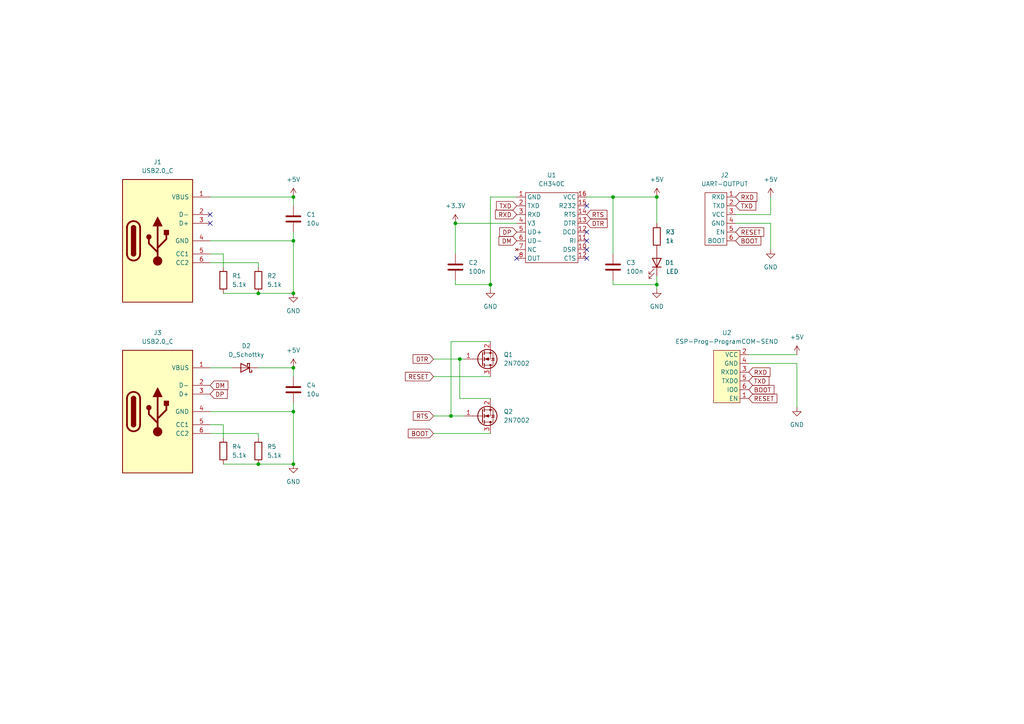
<source format=kicad_sch>
(kicad_sch (version 20230121) (generator eeschema)
  (paper "A4")
  (lib_symbols
    (symbol "$74th:ESP-Prog-ProgramCOM-SEND"
      (property "Reference" "J" (at 0 5.08 0))
      (property "Value" "ESP-Prog-ProgramCOM-SEND" (at 0 7.62 0))
      (symbol "ESP-Prog-ProgramCOM-SEND_0_1"
        (rectangle (start -3.81 3.81) (end 3.81 -11.43) (stroke (width 0.1524)) (fill (type background)))
      )
      (symbol "ESP-Prog-ProgramCOM-SEND_1_1"
        (pin input line (at 6.35 -10.16 180) (length 2.54) (name "EN") (number "1"))
        (pin power_in line (at 6.35 2.54 180) (length 2.54) (name "VCC") (number "2"))
        (pin output line (at 6.35 -2.54 180) (length 2.54) (name "RXD0") (number "3"))
        (pin power_in line (at 6.35 0 180) (length 2.54) (name "GND") (number "4"))
        (pin input line (at 6.35 -5.08 180) (length 2.54) (name "TXD0") (number "5"))
        (pin input line (at 6.35 -7.62 180) (length 2.54) (name "IO0") (number "6"))
      )
    )
    (symbol "Device:C" (pin_numbers hide) (pin_names (offset 0.254))
      (property "Reference" "C" (at 0.635 2.54 0))
      (property "Value" "C" (at 0.635 -2.54 0))
      (symbol "C_0_1"
        (polyline (pts (xy -2.032 -0.762) (xy 2.032 -0.762)) (stroke (width 0.508)))
        (polyline (pts (xy -2.032 0.762) (xy 2.032 0.762)) (stroke (width 0.508)))
      )
      (symbol "C_1_1"
        (pin passive line (at 0 3.81 270) (length 2.794) (name "~") (number "1"))
        (pin passive line (at 0 -3.81 90) (length 2.794) (name "~") (number "2"))
      )
    )
    (symbol "Device:D_Schottky" (pin_numbers hide) (pin_names (offset 1.016) hide)
      (property "Reference" "D" (at 0 2.54 0))
      (property "Value" "D_Schottky" (at 0 -2.54 0))
      (symbol "D_Schottky_0_1"
        (polyline (pts (xy 1.27 0) (xy -1.27 0)))
        (polyline (pts (xy 1.27 1.27) (xy 1.27 -1.27) (xy -1.27 0) (xy 1.27 1.27)) (stroke (width 0.254)))
        (polyline (pts (xy -1.905 0.635) (xy -1.905 1.27) (xy -1.27 1.27) (xy -1.27 -1.27) (xy -0.635 -1.27) (xy -0.635 -0.635)) (stroke (width 0.254)))
      )
      (symbol "D_Schottky_1_1"
        (pin passive line (at -3.81 0 0) (length 2.54) (name "K") (number "1"))
        (pin passive line (at 3.81 0 180) (length 2.54) (name "A") (number "2"))
      )
    )
    (symbol "Device:LED" (pin_numbers hide) (pin_names (offset 1.016) hide)
      (property "Reference" "D" (at 0 2.54 0))
      (property "Value" "LED" (at 0 -2.54 0))
      (symbol "LED_0_1"
        (polyline (pts (xy -1.27 -1.27) (xy -1.27 1.27)) (stroke (width 0.254)))
        (polyline (pts (xy -1.27 0) (xy 1.27 0)))
        (polyline (pts (xy 1.27 -1.27) (xy 1.27 1.27) (xy -1.27 0) (xy 1.27 -1.27)) (stroke (width 0.254)))
        (polyline (pts (xy -3.048 -0.762) (xy -4.572 -2.286) (xy -3.81 -2.286) (xy -4.572 -2.286) (xy -4.572 -1.524)))
        (polyline (pts (xy -1.778 -0.762) (xy -3.302 -2.286) (xy -2.54 -2.286) (xy -3.302 -2.286) (xy -3.302 -1.524)))
      )
      (symbol "LED_1_1"
        (pin passive line (at -3.81 0 0) (length 2.54) (name "K") (number "1"))
        (pin passive line (at 3.81 0 180) (length 2.54) (name "A") (number "2"))
      )
    )
    (symbol "Device:R" (pin_numbers hide) (pin_names (offset 0))
      (property "Reference" "R" (at 2.032 0 90))
      (property "Value" "R" (at 0 0 90))
      (symbol "R_0_1"
        (rectangle (start -1.016 -2.54) (end 1.016 2.54) (stroke (width 0.254)))
      )
      (symbol "R_1_1"
        (pin passive line (at 0 3.81 270) (length 1.27) (name "~") (number "1"))
        (pin passive line (at 0 -3.81 90) (length 1.27) (name "~") (number "2"))
      )
    )
    (symbol "Transistor_FET:2N7002" (pin_names hide)
      (property "Reference" "Q" (at 5.08 1.905 0))
      (property "Value" "2N7002" (at 5.08 0 0))
      (symbol "2N7002_0_1"
        (polyline (pts (xy 0.254 0) (xy -2.54 0)))
        (polyline (pts (xy 0.254 1.905) (xy 0.254 -1.905)) (stroke (width 0.254)))
        (polyline (pts (xy 0.762 -1.27) (xy 0.762 -2.286)) (stroke (width 0.254)))
        (polyline (pts (xy 0.762 0.508) (xy 0.762 -0.508)) (stroke (width 0.254)))
        (polyline (pts (xy 0.762 2.286) (xy 0.762 1.27)) (stroke (width 0.254)))
        (polyline (pts (xy 2.54 2.54) (xy 2.54 1.778)))
        (polyline (pts (xy 2.54 -2.54) (xy 2.54 0) (xy 0.762 0)))
        (polyline (pts (xy 0.762 -1.778) (xy 3.302 -1.778) (xy 3.302 1.778) (xy 0.762 1.778)))
        (polyline (pts (xy 1.016 0) (xy 2.032 0.381) (xy 2.032 -0.381) (xy 1.016 0)) (fill (type outline)))
        (polyline (pts (xy 2.794 0.508) (xy 2.921 0.381) (xy 3.683 0.381) (xy 3.81 0.254)))
        (polyline (pts (xy 3.302 0.381) (xy 2.921 -0.254) (xy 3.683 -0.254) (xy 3.302 0.381)))
        (circle (center 1.651 0) (radius 2.794) (stroke (width 0.254)))
        (circle (center 2.54 -1.778) (radius 0.254) (fill (type outline)))
        (circle (center 2.54 1.778) (radius 0.254) (fill (type outline)))
      )
      (symbol "2N7002_1_1"
        (pin input line (at -5.08 0 0) (length 2.54) (name "G") (number "1"))
        (pin passive line (at 2.54 -5.08 90) (length 2.54) (name "S") (number "2"))
        (pin passive line (at 2.54 5.08 270) (length 2.54) (name "D") (number "3"))
      )
    )
    (symbol "esp32-dev-board:CH340C"
      (property "Reference" "U" (at 0 7.62 0))
      (property "Value" "CH340C" (at 0 10.16 0))
      (symbol "CH340C_0_1"
        (rectangle (start -7.62 6.35) (end 7.62 -13.97) (stroke (width 0.1524)))
      )
      (symbol "CH340C_1_1"
        (pin power_in line (at -10.16 5.08 0) (length 2.54) (name "GND") (number "1"))
        (pin output line (at 10.16 -10.16 180) (length 2.54) (name "DSR") (number "10"))
        (pin output line (at 10.16 -7.62 180) (length 2.54) (name "RI") (number "11"))
        (pin output line (at 10.16 -12.7 180) (length 2.54) (name "CTS") (number "12"))
        (pin output line (at 10.16 -5.08 180) (length 2.54) (name "DCD") (number "12"))
        (pin output line (at 10.16 -2.54 180) (length 2.54) (name "DTR") (number "13"))
        (pin output line (at 10.16 0 180) (length 2.54) (name "RTS") (number "14"))
        (pin input line (at 10.16 2.54 180) (length 2.54) (name "R232") (number "15"))
        (pin power_in line (at 10.16 5.08 180) (length 2.54) (name "VCC") (number "16"))
        (pin output line (at -10.16 2.54 0) (length 2.54) (name "TXD") (number "2"))
        (pin input line (at -10.16 0 0) (length 2.54) (name "RXD") (number "3"))
        (pin power_out line (at -10.16 -2.54 0) (length 2.54) (name "V3") (number "4"))
        (pin bidirectional line (at -10.16 -5.08 0) (length 2.54) (name "UD+") (number "5"))
        (pin bidirectional line (at -10.16 -7.62 0) (length 2.54) (name "UD-") (number "6"))
        (pin no_connect line (at -10.16 -10.16 0) (length 2.54) (name "NC") (number "7"))
        (pin output line (at -10.16 -12.7 0) (length 2.54) (name "OUT") (number "8"))
      )
    )
    (symbol "esp32-dev-board:UART-OUTPUT"
      (property "Reference" "J" (at 0 1.27 0))
      (property "Value" "UART-OUTPUT" (at 0 2.54 0))
      (symbol "UART-OUTPUT_0_1"
        (rectangle (start 2.54 0) (end -3.81 -15.24) (stroke (width 0.1524)))
        (rectangle (start 7.62 -1.27) (end 7.62 -1.27) (stroke (width 0.1524)))
        (rectangle (start 7.62 -1.27) (end 7.62 -1.27) (stroke (width 0.1524)))
      )
      (symbol "UART-OUTPUT_1_1"
        (pin output line (at 5.08 -1.27 180) (length 2.54) (name "RXD") (number "1"))
        (pin input line (at 5.08 -3.81 180) (length 2.54) (name "TXD") (number "2"))
        (pin power_in line (at 5.08 -6.35 180) (length 2.54) (name "VCC") (number "3"))
        (pin power_in line (at 5.08 -8.89 180) (length 2.54) (name "GND") (number "4"))
        (pin input line (at 5.08 -11.43 180) (length 2.54) (name "EN") (number "5"))
        (pin input line (at 5.08 -13.97 180) (length 2.54) (name "BOOT") (number "6"))
      )
    )
    (symbol "esp32-dev-board:USB2.0_C" (pin_names (offset 1.016))
      (property "Reference" "J" (at -10.16 19.05 0))
      (property "Value" "USB2.0_C" (at 12.7 19.05 0))
      (symbol "USB2.0_C_0_1"
        (rectangle (start -10.16 17.78) (end 10.16 -17.78) (stroke (width 0.254)) (fill (type background)))
        (arc (start -8.89 -3.81) (mid -6.985 -5.7067) (end -5.08 -3.81) (stroke (width 0.508)))
        (arc (start -7.62 -3.81) (mid -6.985 -4.4423) (end -6.35 -3.81) (stroke (width 0.254)))
        (arc (start -7.62 -3.81) (mid -6.985 -4.4423) (end -6.35 -3.81) (stroke (width 0.254)) (fill (type outline)))
        (rectangle (start -7.62 -3.81) (end -6.35 3.81) (stroke (width 0.254)) (fill (type outline)))
        (arc (start -6.35 3.81) (mid -6.985 4.4423) (end -7.62 3.81) (stroke (width 0.254)))
        (arc (start -6.35 3.81) (mid -6.985 4.4423) (end -7.62 3.81) (stroke (width 0.254)) (fill (type outline)))
        (arc (start -5.08 3.81) (mid -6.985 5.7067) (end -8.89 3.81) (stroke (width 0.508)))
        (circle (center -2.54 1.143) (radius 0.635) (stroke (width 0.254)) (fill (type outline)))
        (circle (center 0 -5.842) (radius 1.27) (fill (type outline)))
        (polyline (pts (xy -8.89 -3.81) (xy -8.89 3.81)) (stroke (width 0.508)))
        (polyline (pts (xy -5.08 3.81) (xy -5.08 -3.81)) (stroke (width 0.508)))
        (polyline (pts (xy 0 -5.842) (xy 0 4.318)) (stroke (width 0.508)))
        (polyline (pts (xy 0 -3.302) (xy -2.54 -0.762) (xy -2.54 0.508)) (stroke (width 0.508)))
        (polyline (pts (xy 0 -2.032) (xy 2.54 0.508) (xy 2.54 1.778)) (stroke (width 0.508)))
        (polyline (pts (xy -1.27 4.318) (xy 0 6.858) (xy 1.27 4.318) (xy -1.27 4.318)) (stroke (width 0.254)) (fill (type outline)))
        (rectangle (start 1.905 1.778) (end 3.175 3.048) (stroke (width 0.254)) (fill (type outline)))
      )
      (symbol "USB2.0_C_1_1"
        (pin power_out line (at 15.24 12.7 180) (length 5.08) (name "VBUS") (number "1"))
        (pin bidirectional line (at 15.24 7.62 180) (length 5.08) (name "D-") (number "2"))
        (pin bidirectional line (at 15.24 5.08 180) (length 5.08) (name "D+") (number "3"))
        (pin power_out line (at 15.24 0 180) (length 5.08) (name "GND") (number "4"))
        (pin bidirectional line (at 15.24 -3.81 180) (length 5.08) (name "CC1") (number "5"))
        (pin bidirectional line (at 15.24 -6.35 180) (length 5.08) (name "CC2") (number "6"))
      )
    )
    (symbol "power:+3.3V" (power) (pin_names (offset 0))
      (property "Value" "+3.3V" (at 0 3.556 0))
      (symbol "+3.3V_0_1"
        (polyline (pts (xy -0.762 1.27) (xy 0 2.54)))
        (polyline (pts (xy 0 0) (xy 0 2.54)))
        (polyline (pts (xy 0 2.54) (xy 0.762 1.27)))
      )
      (symbol "+3.3V_1_1"
        (pin power_in line (at 0 0 90) (length 0) hide (name "+3.3V") (number "1"))
      )
    )
    (symbol "power:+5V" (power) (pin_names (offset 0))
      (property "Value" "+5V" (at 0 3.556 0))
      (symbol "+5V_0_1"
        (polyline (pts (xy -0.762 1.27) (xy 0 2.54)))
        (polyline (pts (xy 0 0) (xy 0 2.54)))
        (polyline (pts (xy 0 2.54) (xy 0.762 1.27)))
      )
      (symbol "+5V_1_1"
        (pin power_in line (at 0 0 90) (length 0) hide (name "+5V") (number "1"))
      )
    )
    (symbol "power:GND" (power) (pin_names (offset 0))
      (property "Value" "GND" (at 0 -3.81 0))
      (symbol "GND_0_1"
        (polyline (pts (xy 0 0) (xy 0 -1.27) (xy 1.27 -1.27) (xy 0 -2.54) (xy -1.27 -1.27) (xy 0 -1.27)))
      )
      (symbol "GND_1_1"
        (pin power_in line (at 0 0 270) (length 0) hide (name "GND") (number "1"))
      )
    )
  )
  (junction (at 85.09 57.15))
  (junction (at 177.8 57.15))
  (junction (at 190.5 57.15))
  (junction (at 85.09 106.68))
  (junction (at 133.35 104.14))
  (junction (at 132.08 64.77))
  (junction (at 85.09 119.38))
  (junction (at 74.93 134.62))
  (junction (at 85.09 69.85))
  (junction (at 74.93 85.09))
  (junction (at 85.09 85.09))
  (junction (at 85.09 134.62))
  (junction (at 142.24 82.55))
  (junction (at 190.5 82.55))
  (junction (at 130.81 120.65))
  (no_connect (at 170.18 59.69))
  (no_connect (at 149.86 74.93))
  (no_connect (at 170.18 67.31))
  (no_connect (at 170.18 69.85))
  (no_connect (at 60.96 62.23))
  (no_connect (at 60.96 64.77))
  (no_connect (at 170.18 74.93))
  (no_connect (at 170.18 72.39))
  (wire (pts (xy 60.96 69.85) (xy 85.09 69.85)))
  (wire (pts (xy 132.08 82.55) (xy 132.08 81.28)))
  (wire (pts (xy 125.73 120.65) (xy 130.81 120.65)))
  (wire (pts (xy 177.8 81.28) (xy 177.8 82.55)))
  (wire (pts (xy 60.96 119.38) (xy 85.09 119.38)))
  (wire (pts (xy 133.35 104.14) (xy 134.62 104.14)))
  (wire (pts (xy 60.96 76.2) (xy 74.93 76.2)))
  (wire (pts (xy 125.73 109.22) (xy 142.24 109.22)))
  (wire (pts (xy 125.73 125.73) (xy 142.24 125.73)))
  (wire (pts (xy 177.8 82.55) (xy 190.5 82.55)))
  (wire (pts (xy 74.93 106.68) (xy 85.09 106.68)))
  (wire (pts (xy 190.5 83.82) (xy 190.5 82.55)))
  (wire (pts (xy 64.77 134.62) (xy 74.93 134.62)))
  (wire (pts (xy 223.52 64.77) (xy 223.52 72.39)))
  (wire (pts (xy 177.8 57.15) (xy 190.5 57.15)))
  (wire (pts (xy 74.93 134.62) (xy 85.09 134.62)))
  (wire (pts (xy 177.8 57.15) (xy 177.8 73.66)))
  (wire (pts (xy 133.35 115.57) (xy 133.35 104.14)))
  (wire (pts (xy 60.96 123.19) (xy 64.77 123.19)))
  (wire (pts (xy 60.96 73.66) (xy 64.77 73.66)))
  (wire (pts (xy 149.86 57.15) (xy 142.24 57.15)))
  (wire (pts (xy 170.18 57.15) (xy 177.8 57.15)))
  (wire (pts (xy 130.81 99.06) (xy 130.81 120.65)))
  (wire (pts (xy 85.09 57.15) (xy 85.09 59.69)))
  (wire (pts (xy 142.24 115.57) (xy 133.35 115.57)))
  (wire (pts (xy 190.5 80.01) (xy 190.5 82.55)))
  (wire (pts (xy 217.17 102.87) (xy 231.14 102.87)))
  (wire (pts (xy 213.36 62.23) (xy 223.52 62.23)))
  (wire (pts (xy 125.73 104.14) (xy 133.35 104.14)))
  (wire (pts (xy 74.93 76.2) (xy 74.93 77.47)))
  (wire (pts (xy 142.24 57.15) (xy 142.24 82.55)))
  (wire (pts (xy 64.77 123.19) (xy 64.77 127)))
  (wire (pts (xy 85.09 106.68) (xy 85.09 109.22)))
  (wire (pts (xy 64.77 73.66) (xy 64.77 77.47)))
  (wire (pts (xy 74.93 85.09) (xy 85.09 85.09)))
  (wire (pts (xy 223.52 62.23) (xy 223.52 57.15)))
  (wire (pts (xy 85.09 116.84) (xy 85.09 119.38)))
  (wire (pts (xy 132.08 64.77) (xy 132.08 73.66)))
  (wire (pts (xy 60.96 125.73) (xy 74.93 125.73)))
  (wire (pts (xy 130.81 120.65) (xy 134.62 120.65)))
  (wire (pts (xy 217.17 105.41) (xy 231.14 105.41)))
  (wire (pts (xy 142.24 82.55) (xy 132.08 82.55)))
  (wire (pts (xy 149.86 64.77) (xy 132.08 64.77)))
  (wire (pts (xy 64.77 85.09) (xy 74.93 85.09)))
  (wire (pts (xy 85.09 119.38) (xy 85.09 134.62)))
  (wire (pts (xy 190.5 57.15) (xy 190.5 64.77)))
  (wire (pts (xy 85.09 67.31) (xy 85.09 69.85)))
  (wire (pts (xy 142.24 83.82) (xy 142.24 82.55)))
  (wire (pts (xy 85.09 69.85) (xy 85.09 85.09)))
  (wire (pts (xy 74.93 125.73) (xy 74.93 127)))
  (wire (pts (xy 142.24 99.06) (xy 130.81 99.06)))
  (wire (pts (xy 213.36 64.77) (xy 223.52 64.77)))
  (wire (pts (xy 231.14 105.41) (xy 231.14 118.11)))
  (wire (pts (xy 60.96 57.15) (xy 85.09 57.15)))
  (wire (pts (xy 60.96 106.68) (xy 67.31 106.68)))
  (global_label "BOOT" (shape input) (at 213.36 69.85 0) (property "Intersheetrefs" "${INTERSHEET_REFS}" (effects hide)) (property "シート間のリファレンス" "${INTERSHEET_REFS}" (effects hide)))
  (global_label "TXD" (shape input) (at 149.86 59.69 180) (property "Intersheetrefs" "${INTERSHEET_REFS}" (effects hide)) (property "シート間のリファレンス" "${INTERSHEET_REFS}" (effects hide)))
  (global_label "DTR" (shape input) (at 125.73 104.14 180) (property "Intersheetrefs" "${INTERSHEET_REFS}" (effects hide)) (property "シート間のリファレンス" "${INTERSHEET_REFS}" (effects hide)))
  (global_label "BOOT" (shape input) (at 125.73 125.73 180) (property "Intersheetrefs" "${INTERSHEET_REFS}" (effects hide)) (property "シート間のリファレンス" "${INTERSHEET_REFS}" (effects hide)))
  (global_label "DP" (shape input) (at 149.86 67.31 180) (property "Intersheetrefs" "${INTERSHEET_REFS}" (effects hide)) (property "シート間のリファレンス" "${INTERSHEET_REFS}" (effects hide)))
  (global_label "DP" (shape input) (at 60.96 114.3 0) (property "Intersheetrefs" "${INTERSHEET_REFS}" (effects hide)) (property "シート間のリファレンス" "${INTERSHEET_REFS}" (effects hide)))
  (global_label "DM" (shape input) (at 149.86 69.85 180) (property "Intersheetrefs" "${INTERSHEET_REFS}" (effects hide)) (property "シート間のリファレンス" "${INTERSHEET_REFS}" (effects hide)))
  (global_label "BOOT" (shape input) (at 217.17 113.03 0) (property "Intersheetrefs" "${INTERSHEET_REFS}" (effects hide)) (property "シート間のリファレンス" "${INTERSHEET_REFS}" (effects hide)))
  (global_label "RXD" (shape input) (at 149.86 62.23 180) (property "Intersheetrefs" "${INTERSHEET_REFS}" (effects hide)) (property "シート間のリファレンス" "${INTERSHEET_REFS}" (effects hide)))
  (global_label "DM" (shape input) (at 60.96 111.76 0) (property "Intersheetrefs" "${INTERSHEET_REFS}" (effects hide)) (property "シート間のリファレンス" "${INTERSHEET_REFS}" (effects hide)))
  (global_label "TXD" (shape input) (at 217.17 110.49 0) (property "Intersheetrefs" "${INTERSHEET_REFS}" (effects hide)) (property "シート間のリファレンス" "${INTERSHEET_REFS}" (effects hide)))
  (global_label "DTR" (shape input) (at 170.18 64.77 0) (property "Intersheetrefs" "${INTERSHEET_REFS}" (effects hide)) (property "シート間のリファレンス" "${INTERSHEET_REFS}" (effects hide)))
  (global_label "RTS" (shape input) (at 125.73 120.65 180) (property "Intersheetrefs" "${INTERSHEET_REFS}" (effects hide)) (property "シート間のリファレンス" "${INTERSHEET_REFS}" (effects hide)))
  (global_label "RXD" (shape input) (at 217.17 107.95 0) (property "Intersheetrefs" "${INTERSHEET_REFS}" (effects hide)) (property "シート間のリファレンス" "${INTERSHEET_REFS}" (effects hide)))
  (global_label "RESET" (shape input) (at 213.36 67.31 0) (property "Intersheetrefs" "${INTERSHEET_REFS}" (effects hide)) (property "シート間のリファレンス" "${INTERSHEET_REFS}" (effects hide)))
  (global_label "TXD" (shape input) (at 213.36 59.69 0) (property "Intersheetrefs" "${INTERSHEET_REFS}" (effects hide)) (property "シート間のリファレンス" "${INTERSHEET_REFS}" (effects hide)))
  (global_label "RESET" (shape input) (at 217.17 115.57 0) (property "Intersheetrefs" "${INTERSHEET_REFS}" (effects hide)) (property "シート間のリファレンス" "${INTERSHEET_REFS}" (effects hide)))
  (global_label "RTS" (shape input) (at 170.18 62.23 0) (property "Intersheetrefs" "${INTERSHEET_REFS}" (effects hide)) (property "シート間のリファレンス" "${INTERSHEET_REFS}" (effects hide)))
  (global_label "RXD" (shape input) (at 213.36 57.15 0) (property "Intersheetrefs" "${INTERSHEET_REFS}" (effects hide)) (property "シート間のリファレンス" "${INTERSHEET_REFS}" (effects hide)))
  (global_label "RESET" (shape input) (at 125.73 109.22 180) (property "Intersheetrefs" "${INTERSHEET_REFS}" (effects hide)) (property "シート間のリファレンス" "${INTERSHEET_REFS}" (effects hide)))
  (symbol (lib_id "Device:R") (at 190.5 68.58 0) (unit 1)
    (property "Reference" "R3" (at 193.04 67.3099 0) (effects (justify left)))
    (property "Value" "1k" (at 193.04 69.8499 0) (effects (justify left)))
    (property "Footprint" "$74th:Register_0805_2012" (effects hide))
  )
  (symbol (lib_id "Device:LED") (at 190.5 76.2 270) (mirror x) (unit 1)
    (property "Reference" "D1" (at 195.58 76.2 90) (effects (justify right)))
    (property "Value" "LED" (at 196.85 78.74 90) (effects (justify right)))
    (property "Footprint" "$74th:LED_0805_2012Metric_Pad1.15x1.40mm_HandSolder" (effects hide))
  )
  (symbol (lib_id "power:+5V") (at 85.09 106.68 0) (unit 1)
    (property "Reference" "#PWR01" (effects hide))
    (property "Value" "+5V" (at 85.09 101.6 0))
  )
  (symbol (lib_id "power:GND") (at 190.5 83.82 0) (unit 1)
    (property "Reference" "#PWR0105" (effects hide))
    (property "Value" "GND" (at 190.5 88.9 0))
  )
  (symbol (lib_id "$74th:ESP-Prog-ProgramCOM-SEND") (at 210.82 105.41 0) (unit 1)
    (property "Reference" "U2" (at 210.82 96.52 0))
    (property "Value" "ESP-Prog-ProgramCOM-SEND" (at 210.82 99.06 0))
    (property "Footprint" "$74th:BoxPinHeader_2x03_P1.27mm_Vertical" (effects hide))
  )
  (symbol (lib_id "power:+3.3V") (at 132.08 64.77 0) (unit 1)
    (property "Reference" "#PWR0108" (effects hide))
    (property "Value" "+3.3V" (at 132.08 59.69 0))
  )
  (symbol (lib_id "Device:R") (at 64.77 81.28 0) (unit 1)
    (property "Reference" "R1" (at 67.31 80.0099 0) (effects (justify left)))
    (property "Value" "5.1k" (at 67.31 82.5499 0) (effects (justify left)))
    (property "Footprint" "$74th:Register_0805_2012" (effects hide))
  )
  (symbol (lib_id "esp32-dev-board:UART-OUTPUT") (at 208.28 55.88 0) (unit 1)
    (property "Reference" "J2" (at 210.185 50.8 0))
    (property "Value" "UART-OUTPUT" (at 210.185 53.34 0))
    (property "Footprint" "esp32-dev-board:UART" (effects hide))
  )
  (symbol (lib_id "Device:D_Schottky") (at 71.12 106.68 180) (unit 1)
    (property "Reference" "D2" (at 71.4375 100.33 0))
    (property "Value" "D_Schottky" (at 71.4375 102.87 0))
    (property "Footprint" "$74th:D_SMA" (effects hide))
  )
  (symbol (lib_id "Device:C") (at 85.09 63.5 0) (unit 1)
    (property "Reference" "C1" (at 88.9 62.2299 0) (effects (justify left)))
    (property "Value" "10u" (at 88.9 64.7699 0) (effects (justify left)))
    (property "Footprint" "$74th:Capacitor_0805_2012" (effects hide))
  )
  (symbol (lib_id "esp32-dev-board:USB2.0_C") (at 45.72 119.38 0) (unit 1)
    (property "Reference" "J3" (at 45.72 96.52 0))
    (property "Value" "USB2.0_C" (at 45.72 99.06 0))
    (property "Footprint" "$74th:USB-C-12-Pin-MidMount-ali-v5" (effects hide))
    (property "Datasheet" "https://www.usb.org/sites/default/files/documents/usb_type-c.zip" (effects hide))
  )
  (symbol (lib_id "power:+5V") (at 223.52 57.15 0) (unit 1)
    (property "Reference" "#PWR0102" (effects hide))
    (property "Value" "+5V" (at 223.52 52.07 0))
  )
  (symbol (lib_id "power:GND") (at 142.24 83.82 0) (unit 1)
    (property "Reference" "#PWR0101" (effects hide))
    (property "Value" "GND" (at 142.24 88.9 0))
  )
  (symbol (lib_id "Device:C") (at 177.8 77.47 0) (unit 1)
    (property "Reference" "C3" (at 181.61 76.2 0) (effects (justify left)))
    (property "Value" "100n" (at 181.61 78.74 0) (effects (justify left)))
    (property "Footprint" "$74th:Capacitor_0805_2012" (effects hide))
  )
  (symbol (lib_id "Device:R") (at 74.93 130.81 0) (unit 1)
    (property "Reference" "R5" (at 77.47 129.5399 0) (effects (justify left)))
    (property "Value" "5.1k" (at 77.47 132.0799 0) (effects (justify left)))
    (property "Footprint" "$74th:Register_0805_2012" (effects hide))
  )
  (symbol (lib_id "power:+5V") (at 190.5 57.15 0) (unit 1)
    (property "Reference" "#PWR0104" (effects hide))
    (property "Value" "+5V" (at 190.5 52.07 0))
  )
  (symbol (lib_id "power:GND") (at 231.14 118.11 0) (unit 1)
    (property "Reference" "#PWR04" (effects hide))
    (property "Value" "GND" (at 231.14 123.19 0))
  )
  (symbol (lib_id "power:GND") (at 223.52 72.39 0) (unit 1)
    (property "Reference" "#PWR0103" (effects hide))
    (property "Value" "GND" (at 223.52 77.47 0))
  )
  (symbol (lib_id "Transistor_FET:2N7002") (at 139.7 120.65 0) (mirror x) (unit 1)
    (property "Reference" "Q2" (at 146.05 119.3799 0) (effects (justify left)))
    (property "Value" "2N7002" (at 146.05 121.9199 0) (effects (justify left)))
    (property "Footprint" "Package_TO_SOT_SMD:SOT-23" (effects hide))
    (property "Datasheet" "https://www.onsemi.com/pub/Collateral/NDS7002A-D.PDF" (effects hide))
  )
  (symbol (lib_id "Device:R") (at 64.77 130.81 0) (unit 1)
    (property "Reference" "R4" (at 67.31 129.5399 0) (effects (justify left)))
    (property "Value" "5.1k" (at 67.31 132.0799 0) (effects (justify left)))
    (property "Footprint" "$74th:Register_0805_2012" (effects hide))
  )
  (symbol (lib_id "esp32-dev-board:USB2.0_C") (at 45.72 69.85 0) (unit 1)
    (property "Reference" "J1" (at 45.72 46.99 0))
    (property "Value" "USB2.0_C" (at 45.72 49.53 0))
    (property "Footprint" "$74th:USB-C-12-Pin-MidMount-ali-v5" (effects hide))
    (property "Datasheet" "https://www.usb.org/sites/default/files/documents/usb_type-c.zip" (effects hide))
  )
  (symbol (lib_id "esp32-dev-board:CH340C") (at 160.02 62.23 0) (unit 1)
    (property "Reference" "U1" (at 160.02 50.8 0))
    (property "Value" "CH340C" (at 160.02 53.34 0))
    (property "Footprint" "Package_SO:SOP-16_3.9x9.9mm_P1.27mm" (effects hide))
  )
  (symbol (lib_id "Device:C") (at 85.09 113.03 0) (unit 1)
    (property "Reference" "C4" (at 88.9 111.7599 0) (effects (justify left)))
    (property "Value" "10u" (at 88.9 114.2999 0) (effects (justify left)))
    (property "Footprint" "$74th:Capacitor_0805_2012" (effects hide))
  )
  (symbol (lib_id "power:GND") (at 85.09 134.62 0) (unit 1)
    (property "Reference" "#PWR02" (effects hide))
    (property "Value" "GND" (at 85.09 139.7 0))
  )
  (symbol (lib_id "power:+5V") (at 231.14 102.87 0) (unit 1)
    (property "Reference" "#PWR03" (effects hide))
    (property "Value" "+5V" (at 231.14 97.79 0))
  )
  (symbol (lib_id "power:+5V") (at 85.09 57.15 0) (unit 1)
    (property "Reference" "#PWR0106" (effects hide))
    (property "Value" "+5V" (at 85.09 52.07 0))
  )
  (symbol (lib_id "Device:C") (at 132.08 77.47 0) (unit 1)
    (property "Reference" "C2" (at 135.89 76.1999 0) (effects (justify left)))
    (property "Value" "100n" (at 135.89 78.7399 0) (effects (justify left)))
    (property "Footprint" "$74th:Capacitor_0805_2012" (effects hide))
  )
  (symbol (lib_id "power:GND") (at 85.09 85.09 0) (unit 1)
    (property "Reference" "#PWR0107" (effects hide))
    (property "Value" "GND" (at 85.09 90.17 0))
  )
  (symbol (lib_id "Transistor_FET:2N7002") (at 139.7 104.14 0) (mirror x) (unit 1)
    (property "Reference" "Q1" (at 146.05 102.8699 0) (effects (justify left)))
    (property "Value" "2N7002" (at 146.05 105.4099 0) (effects (justify left)))
    (property "Footprint" "Package_TO_SOT_SMD:SOT-23" (effects hide))
    (property "Datasheet" "https://www.onsemi.com/pub/Collateral/NDS7002A-D.PDF" (effects hide))
  )
  (symbol (lib_id "Device:R") (at 74.93 81.28 0) (unit 1)
    (property "Reference" "R2" (at 77.47 80.0099 0) (effects (justify left)))
    (property "Value" "5.1k" (at 77.47 82.5499 0) (effects (justify left)))
    (property "Footprint" "$74th:Register_0805_2012" (effects hide))
  )
)
</source>
